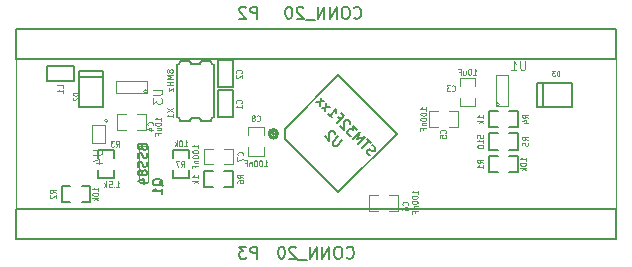
<source format=gbo>
G04 (created by PCBNEW (2013-07-07 BZR 4022)-stable) date 21/01/2015 21:28:15*
%MOIN*%
G04 Gerber Fmt 3.4, Leading zero omitted, Abs format*
%FSLAX34Y34*%
G01*
G70*
G90*
G04 APERTURE LIST*
%ADD10C,0.00590551*%
%ADD11C,0.00393701*%
%ADD12C,0.005*%
%ADD13C,0.008*%
%ADD14C,0.0047*%
%ADD15C,0.0031*%
%ADD16C,0.0025*%
%ADD17C,0.0045*%
%ADD18C,0.0051*%
%ADD19C,0.0039*%
G04 APERTURE END LIST*
G54D10*
G54D11*
X0Y7000D02*
X0Y0D01*
X20000Y7000D02*
X0Y7000D01*
X20000Y0D02*
X20000Y7000D01*
X0Y0D02*
X20000Y0D01*
G54D12*
X6750Y4950D02*
X6750Y4050D01*
X6750Y4050D02*
X7250Y4050D01*
X7250Y4050D02*
X7250Y4950D01*
X7250Y4950D02*
X6750Y4950D01*
X7250Y5050D02*
X7250Y5950D01*
X7250Y5950D02*
X6750Y5950D01*
X6750Y5950D02*
X6750Y5050D01*
X6750Y5050D02*
X7250Y5050D01*
G54D13*
X8741Y3500D02*
G75*
G03X8741Y3500I-162J0D01*
G74*
G01*
X8618Y3500D02*
G75*
G03X8618Y3500I-39J0D01*
G74*
G01*
X8690Y3500D02*
G75*
G03X8690Y3500I-111J0D01*
G74*
G01*
X8968Y3333D02*
X10750Y1551D01*
X10750Y1551D02*
X12698Y3500D01*
X12698Y3500D02*
X10750Y5448D01*
X10750Y5448D02*
X8968Y3666D01*
X8968Y3333D02*
X8968Y3666D01*
G54D14*
X4100Y3100D02*
X4100Y1900D01*
X4100Y1900D02*
X4400Y1900D01*
X4400Y1900D02*
X4400Y3100D01*
X4400Y3100D02*
X4100Y3100D01*
G54D12*
X6947Y2275D02*
X7225Y2275D01*
X7225Y2275D02*
X7225Y1725D01*
X7225Y1725D02*
X6947Y1725D01*
X6275Y2275D02*
X6553Y2275D01*
X6275Y2275D02*
X6275Y1725D01*
X6275Y1725D02*
X6553Y1725D01*
G54D14*
X15306Y4703D02*
X15306Y4428D01*
X15306Y5097D02*
X15306Y5372D01*
X14794Y4703D02*
X14794Y4428D01*
X14794Y5372D02*
X14794Y5097D01*
X14800Y4428D02*
X15300Y4428D01*
X15300Y5372D02*
X14800Y5372D01*
X14447Y4256D02*
X14722Y4256D01*
X14053Y4256D02*
X13778Y4256D01*
X14447Y3744D02*
X14722Y3744D01*
X13778Y3744D02*
X14053Y3744D01*
X14722Y3750D02*
X14722Y4250D01*
X13778Y4250D02*
X13778Y3750D01*
X12447Y1456D02*
X12722Y1456D01*
X12053Y1456D02*
X11778Y1456D01*
X12447Y944D02*
X12722Y944D01*
X11778Y944D02*
X12053Y944D01*
X12722Y950D02*
X12722Y1450D01*
X11778Y1450D02*
X11778Y950D01*
X6553Y2494D02*
X6278Y2494D01*
X6947Y2494D02*
X7222Y2494D01*
X6553Y3006D02*
X6278Y3006D01*
X7222Y3006D02*
X6947Y3006D01*
X6278Y3000D02*
X6278Y2500D01*
X7222Y2500D02*
X7222Y3000D01*
X8256Y3053D02*
X8256Y2778D01*
X8256Y3447D02*
X8256Y3722D01*
X7744Y3053D02*
X7744Y2778D01*
X7744Y3722D02*
X7744Y3447D01*
X7750Y2778D02*
X8250Y2778D01*
X8250Y3722D02*
X7750Y3722D01*
G54D12*
X16053Y3725D02*
X15775Y3725D01*
X15775Y3725D02*
X15775Y4275D01*
X15775Y4275D02*
X16053Y4275D01*
X16725Y3725D02*
X16447Y3725D01*
X16725Y3725D02*
X16725Y4275D01*
X16725Y4275D02*
X16447Y4275D01*
X3275Y2303D02*
X3275Y2025D01*
X3275Y2025D02*
X2725Y2025D01*
X2725Y2025D02*
X2725Y2303D01*
X3275Y2975D02*
X3275Y2697D01*
X3275Y2975D02*
X2725Y2975D01*
X2725Y2975D02*
X2725Y2697D01*
X2197Y1775D02*
X2475Y1775D01*
X2475Y1775D02*
X2475Y1225D01*
X2475Y1225D02*
X2197Y1225D01*
X1525Y1775D02*
X1803Y1775D01*
X1525Y1775D02*
X1525Y1225D01*
X1525Y1225D02*
X1803Y1225D01*
X16447Y2775D02*
X16725Y2775D01*
X16725Y2775D02*
X16725Y2225D01*
X16725Y2225D02*
X16447Y2225D01*
X15775Y2775D02*
X16053Y2775D01*
X15775Y2775D02*
X15775Y2225D01*
X15775Y2225D02*
X16053Y2225D01*
X16447Y3525D02*
X16725Y3525D01*
X16725Y3525D02*
X16725Y2975D01*
X16725Y2975D02*
X16447Y2975D01*
X15775Y3525D02*
X16053Y3525D01*
X15775Y3525D02*
X15775Y2975D01*
X15775Y2975D02*
X16053Y2975D01*
G54D10*
X20000Y0D02*
X0Y0D01*
X0Y0D02*
X0Y1000D01*
X0Y1000D02*
X20000Y1000D01*
X20000Y1000D02*
X20000Y0D01*
X20000Y6000D02*
X0Y6000D01*
X0Y6000D02*
X0Y7000D01*
X0Y7000D02*
X20000Y7000D01*
X20000Y7000D02*
X20000Y6000D01*
G54D12*
X17556Y5194D02*
X17556Y4406D01*
X17359Y5194D02*
X18541Y5194D01*
X18541Y5194D02*
X18541Y4406D01*
X18541Y4406D02*
X17359Y4406D01*
X17359Y4406D02*
X17359Y5194D01*
X2894Y5394D02*
X2106Y5394D01*
X2894Y5591D02*
X2894Y4409D01*
X2894Y4409D02*
X2106Y4409D01*
X2106Y4409D02*
X2106Y5591D01*
X2106Y5591D02*
X2894Y5591D01*
X1050Y5250D02*
X1950Y5250D01*
X1950Y5250D02*
X1950Y5750D01*
X1950Y5750D02*
X1050Y5750D01*
X1050Y5750D02*
X1050Y5250D01*
G54D15*
X16124Y4487D02*
G75*
G03X16124Y4487I-62J0D01*
G74*
G01*
X16400Y5450D02*
X16000Y5450D01*
X16400Y4425D02*
X16000Y4425D01*
X16000Y5450D02*
X16000Y4425D01*
X16400Y4425D02*
X16400Y5450D01*
G54D11*
X2533Y3204D02*
X2966Y3204D01*
X2966Y3204D02*
X2966Y3795D01*
X2966Y3795D02*
X2533Y3795D01*
X2533Y3795D02*
X2533Y3204D01*
G54D16*
X3061Y3932D02*
G75*
G03X3061Y3932I-55J0D01*
G74*
G01*
G54D15*
X4375Y4912D02*
G75*
G03X4375Y4912I-62J0D01*
G74*
G01*
X3350Y5250D02*
X3350Y4850D01*
X4375Y5250D02*
X4375Y4850D01*
X3350Y4850D02*
X4375Y4850D01*
X4375Y5250D02*
X3350Y5250D01*
G54D14*
X4047Y4156D02*
X4322Y4156D01*
X3653Y4156D02*
X3378Y4156D01*
X4047Y3644D02*
X4322Y3644D01*
X3378Y3644D02*
X3653Y3644D01*
X4322Y3650D02*
X4322Y4150D01*
X3378Y4150D02*
X3378Y3650D01*
G54D10*
X6613Y5794D02*
G75*
G02X6495Y5912I0J118D01*
G74*
G01*
X6495Y3944D02*
G75*
G02X6613Y4062I118J0D01*
G74*
G01*
X6613Y4062D02*
X6613Y5794D01*
X6180Y3944D02*
X6495Y3944D01*
X6180Y5912D02*
X6495Y5912D01*
X5826Y5834D02*
X6141Y5834D01*
X5826Y5834D02*
X5786Y5912D01*
X6141Y5834D02*
X6180Y5912D01*
X5471Y5912D02*
X5786Y5912D01*
X5471Y5912D02*
G75*
G02X5353Y5794I-118J0D01*
G74*
G01*
X5353Y4062D02*
X5353Y5794D01*
X5471Y3944D02*
X5786Y3944D01*
X5353Y4062D02*
G75*
G02X5471Y3944I0J-118D01*
G74*
G01*
X5786Y3944D02*
X5826Y4023D01*
X6180Y3944D02*
X6141Y4023D01*
X5826Y4023D02*
X6141Y4023D01*
G54D12*
X5225Y2697D02*
X5225Y2975D01*
X5225Y2975D02*
X5775Y2975D01*
X5775Y2975D02*
X5775Y2697D01*
X5225Y2025D02*
X5225Y2303D01*
X5225Y2025D02*
X5775Y2025D01*
X5775Y2025D02*
X5775Y2303D01*
G54D17*
X7511Y4530D02*
X7521Y4538D01*
X7530Y4564D01*
X7530Y4581D01*
X7521Y4607D01*
X7502Y4624D01*
X7483Y4632D01*
X7445Y4641D01*
X7416Y4641D01*
X7378Y4632D01*
X7359Y4624D01*
X7340Y4607D01*
X7330Y4581D01*
X7330Y4564D01*
X7340Y4538D01*
X7350Y4530D01*
X7530Y4358D02*
X7530Y4461D01*
X7530Y4410D02*
X7330Y4410D01*
X7359Y4427D01*
X7378Y4444D01*
X7388Y4461D01*
X7511Y5530D02*
X7521Y5538D01*
X7530Y5564D01*
X7530Y5581D01*
X7521Y5607D01*
X7502Y5624D01*
X7483Y5632D01*
X7445Y5641D01*
X7416Y5641D01*
X7378Y5632D01*
X7359Y5624D01*
X7340Y5607D01*
X7330Y5581D01*
X7330Y5564D01*
X7340Y5538D01*
X7350Y5530D01*
X7350Y5461D02*
X7340Y5452D01*
X7330Y5435D01*
X7330Y5392D01*
X7340Y5375D01*
X7350Y5367D01*
X7369Y5358D01*
X7388Y5358D01*
X7416Y5367D01*
X7530Y5470D01*
X7530Y5358D01*
G54D13*
X10880Y3285D02*
X10697Y3102D01*
X10664Y3091D01*
X10643Y3091D01*
X10610Y3102D01*
X10567Y3145D01*
X10557Y3177D01*
X10557Y3199D01*
X10567Y3231D01*
X10751Y3414D01*
X10632Y3490D02*
X10632Y3511D01*
X10621Y3544D01*
X10567Y3597D01*
X10535Y3608D01*
X10513Y3608D01*
X10481Y3597D01*
X10460Y3576D01*
X10438Y3533D01*
X10438Y3274D01*
X10298Y3414D01*
X11802Y2785D02*
X11759Y2807D01*
X11705Y2861D01*
X11694Y2893D01*
X11694Y2914D01*
X11705Y2947D01*
X11727Y2968D01*
X11759Y2979D01*
X11781Y2979D01*
X11813Y2968D01*
X11867Y2936D01*
X11899Y2925D01*
X11921Y2925D01*
X11953Y2936D01*
X11975Y2958D01*
X11985Y2990D01*
X11985Y3011D01*
X11975Y3044D01*
X11921Y3098D01*
X11878Y3119D01*
X11824Y3195D02*
X11694Y3324D01*
X11533Y3033D02*
X11759Y3259D01*
X11393Y3173D02*
X11619Y3399D01*
X11382Y3313D01*
X11468Y3550D01*
X11242Y3324D01*
X11382Y3636D02*
X11242Y3776D01*
X11231Y3615D01*
X11199Y3647D01*
X11167Y3658D01*
X11145Y3658D01*
X11113Y3647D01*
X11059Y3593D01*
X11048Y3561D01*
X11048Y3539D01*
X11059Y3507D01*
X11123Y3442D01*
X11156Y3432D01*
X11177Y3432D01*
X11134Y3841D02*
X11134Y3863D01*
X11123Y3895D01*
X11070Y3949D01*
X11037Y3960D01*
X11016Y3960D01*
X10983Y3949D01*
X10962Y3927D01*
X10940Y3884D01*
X10940Y3626D01*
X10800Y3766D01*
X10746Y4057D02*
X10822Y3981D01*
X10703Y3863D02*
X10929Y4089D01*
X10822Y4197D01*
X10391Y4175D02*
X10520Y4046D01*
X10455Y4110D02*
X10682Y4337D01*
X10671Y4283D01*
X10671Y4240D01*
X10682Y4207D01*
X10315Y4251D02*
X10348Y4520D01*
X10466Y4401D02*
X10197Y4369D01*
X10132Y4434D02*
X10164Y4703D01*
X10283Y4585D02*
X10014Y4552D01*
G54D18*
X4900Y1778D02*
X4885Y1807D01*
X4857Y1835D01*
X4814Y1878D01*
X4800Y1907D01*
X4800Y1935D01*
X4871Y1921D02*
X4857Y1950D01*
X4828Y1978D01*
X4771Y1992D01*
X4671Y1992D01*
X4614Y1978D01*
X4585Y1950D01*
X4571Y1921D01*
X4571Y1864D01*
X4585Y1835D01*
X4614Y1807D01*
X4671Y1792D01*
X4771Y1792D01*
X4828Y1807D01*
X4857Y1835D01*
X4871Y1864D01*
X4871Y1921D01*
X4871Y1507D02*
X4871Y1678D01*
X4871Y1592D02*
X4571Y1592D01*
X4614Y1621D01*
X4642Y1650D01*
X4657Y1678D01*
X4214Y3049D02*
X4228Y3007D01*
X4242Y2992D01*
X4271Y2978D01*
X4314Y2978D01*
X4342Y2992D01*
X4357Y3007D01*
X4371Y3035D01*
X4371Y3149D01*
X4071Y3149D01*
X4071Y3049D01*
X4085Y3021D01*
X4100Y3007D01*
X4128Y2992D01*
X4157Y2992D01*
X4185Y3007D01*
X4200Y3021D01*
X4214Y3049D01*
X4214Y3149D01*
X4357Y2864D02*
X4371Y2821D01*
X4371Y2749D01*
X4357Y2721D01*
X4342Y2707D01*
X4314Y2692D01*
X4285Y2692D01*
X4257Y2707D01*
X4242Y2721D01*
X4228Y2749D01*
X4214Y2807D01*
X4200Y2835D01*
X4185Y2849D01*
X4157Y2864D01*
X4128Y2864D01*
X4100Y2849D01*
X4085Y2835D01*
X4071Y2807D01*
X4071Y2735D01*
X4085Y2692D01*
X4357Y2578D02*
X4371Y2535D01*
X4371Y2464D01*
X4357Y2435D01*
X4342Y2421D01*
X4314Y2407D01*
X4285Y2407D01*
X4257Y2421D01*
X4242Y2435D01*
X4228Y2464D01*
X4214Y2521D01*
X4200Y2550D01*
X4185Y2564D01*
X4157Y2578D01*
X4128Y2578D01*
X4100Y2564D01*
X4085Y2550D01*
X4071Y2521D01*
X4071Y2450D01*
X4085Y2407D01*
X4200Y2235D02*
X4185Y2264D01*
X4171Y2278D01*
X4142Y2292D01*
X4128Y2292D01*
X4100Y2278D01*
X4085Y2264D01*
X4071Y2235D01*
X4071Y2178D01*
X4085Y2150D01*
X4100Y2135D01*
X4128Y2121D01*
X4142Y2121D01*
X4171Y2135D01*
X4185Y2150D01*
X4200Y2178D01*
X4200Y2235D01*
X4214Y2264D01*
X4228Y2278D01*
X4257Y2292D01*
X4314Y2292D01*
X4342Y2278D01*
X4357Y2264D01*
X4371Y2235D01*
X4371Y2178D01*
X4357Y2150D01*
X4342Y2135D01*
X4314Y2121D01*
X4257Y2121D01*
X4228Y2135D01*
X4214Y2150D01*
X4200Y2178D01*
X4171Y1864D02*
X4371Y1864D01*
X4057Y1935D02*
X4271Y2007D01*
X4271Y1821D01*
G54D17*
X7579Y2030D02*
X7485Y2090D01*
X7579Y2132D02*
X7382Y2132D01*
X7382Y2064D01*
X7392Y2047D01*
X7401Y2038D01*
X7420Y2030D01*
X7448Y2030D01*
X7467Y2038D01*
X7476Y2047D01*
X7485Y2064D01*
X7485Y2132D01*
X7382Y1875D02*
X7382Y1910D01*
X7392Y1927D01*
X7401Y1935D01*
X7429Y1952D01*
X7467Y1961D01*
X7542Y1961D01*
X7560Y1952D01*
X7570Y1944D01*
X7579Y1927D01*
X7579Y1892D01*
X7570Y1875D01*
X7560Y1867D01*
X7542Y1858D01*
X7495Y1858D01*
X7476Y1867D01*
X7467Y1875D01*
X7457Y1892D01*
X7457Y1927D01*
X7467Y1944D01*
X7476Y1952D01*
X7495Y1961D01*
X6080Y2021D02*
X6080Y2124D01*
X6080Y2072D02*
X5880Y2072D01*
X5909Y2090D01*
X5928Y2107D01*
X5938Y2124D01*
X6080Y1944D02*
X5880Y1944D01*
X6004Y1927D02*
X6080Y1875D01*
X5947Y1875D02*
X6023Y1944D01*
X14530Y4938D02*
X14538Y4928D01*
X14564Y4919D01*
X14581Y4919D01*
X14607Y4928D01*
X14624Y4947D01*
X14632Y4966D01*
X14641Y5004D01*
X14641Y5033D01*
X14632Y5071D01*
X14624Y5090D01*
X14607Y5109D01*
X14581Y5119D01*
X14564Y5119D01*
X14538Y5109D01*
X14530Y5100D01*
X14470Y5119D02*
X14358Y5119D01*
X14418Y5042D01*
X14392Y5042D01*
X14375Y5033D01*
X14367Y5023D01*
X14358Y5004D01*
X14358Y4957D01*
X14367Y4938D01*
X14375Y4928D01*
X14392Y4919D01*
X14444Y4919D01*
X14461Y4928D01*
X14470Y4938D01*
X15242Y5469D02*
X15345Y5469D01*
X15294Y5469D02*
X15294Y5669D01*
X15311Y5640D01*
X15328Y5621D01*
X15345Y5611D01*
X15131Y5669D02*
X15114Y5669D01*
X15097Y5659D01*
X15088Y5650D01*
X15080Y5630D01*
X15071Y5592D01*
X15071Y5545D01*
X15080Y5507D01*
X15088Y5488D01*
X15097Y5478D01*
X15114Y5469D01*
X15131Y5469D01*
X15148Y5478D01*
X15157Y5488D01*
X15165Y5507D01*
X15174Y5545D01*
X15174Y5592D01*
X15165Y5630D01*
X15157Y5650D01*
X15148Y5659D01*
X15131Y5669D01*
X14917Y5602D02*
X14917Y5469D01*
X14994Y5602D02*
X14994Y5497D01*
X14985Y5478D01*
X14968Y5469D01*
X14942Y5469D01*
X14925Y5478D01*
X14917Y5488D01*
X14771Y5573D02*
X14831Y5573D01*
X14831Y5469D02*
X14831Y5669D01*
X14745Y5669D01*
X14311Y3530D02*
X14321Y3538D01*
X14330Y3564D01*
X14330Y3581D01*
X14321Y3607D01*
X14302Y3624D01*
X14283Y3632D01*
X14245Y3641D01*
X14216Y3641D01*
X14178Y3632D01*
X14159Y3624D01*
X14140Y3607D01*
X14130Y3581D01*
X14130Y3564D01*
X14140Y3538D01*
X14150Y3530D01*
X14130Y3367D02*
X14130Y3452D01*
X14226Y3461D01*
X14216Y3452D01*
X14207Y3435D01*
X14207Y3392D01*
X14216Y3375D01*
X14226Y3367D01*
X14245Y3358D01*
X14292Y3358D01*
X14311Y3367D01*
X14321Y3375D01*
X14330Y3392D01*
X14330Y3435D01*
X14321Y3452D01*
X14311Y3461D01*
X13680Y4278D02*
X13680Y4381D01*
X13680Y4330D02*
X13480Y4330D01*
X13509Y4347D01*
X13528Y4364D01*
X13538Y4381D01*
X13480Y4167D02*
X13480Y4150D01*
X13490Y4132D01*
X13500Y4124D01*
X13519Y4115D01*
X13557Y4107D01*
X13604Y4107D01*
X13642Y4115D01*
X13661Y4124D01*
X13671Y4132D01*
X13680Y4150D01*
X13680Y4167D01*
X13671Y4184D01*
X13661Y4192D01*
X13642Y4201D01*
X13604Y4210D01*
X13557Y4210D01*
X13519Y4201D01*
X13500Y4192D01*
X13490Y4184D01*
X13480Y4167D01*
X13480Y3995D02*
X13480Y3978D01*
X13490Y3961D01*
X13500Y3952D01*
X13519Y3944D01*
X13557Y3935D01*
X13604Y3935D01*
X13642Y3944D01*
X13661Y3952D01*
X13671Y3961D01*
X13680Y3978D01*
X13680Y3995D01*
X13671Y4012D01*
X13661Y4021D01*
X13642Y4030D01*
X13604Y4038D01*
X13557Y4038D01*
X13519Y4030D01*
X13500Y4021D01*
X13490Y4012D01*
X13480Y3995D01*
X13547Y3858D02*
X13680Y3858D01*
X13566Y3858D02*
X13557Y3849D01*
X13547Y3832D01*
X13547Y3807D01*
X13557Y3789D01*
X13576Y3781D01*
X13680Y3781D01*
X13576Y3635D02*
X13576Y3695D01*
X13680Y3695D02*
X13480Y3695D01*
X13480Y3610D01*
X13061Y1120D02*
X13071Y1128D01*
X13080Y1154D01*
X13080Y1171D01*
X13071Y1197D01*
X13052Y1214D01*
X13033Y1222D01*
X12995Y1231D01*
X12966Y1231D01*
X12928Y1222D01*
X12909Y1214D01*
X12890Y1197D01*
X12880Y1171D01*
X12880Y1154D01*
X12890Y1128D01*
X12900Y1120D01*
X12880Y965D02*
X12880Y1000D01*
X12890Y1017D01*
X12900Y1025D01*
X12928Y1042D01*
X12966Y1051D01*
X13042Y1051D01*
X13061Y1042D01*
X13071Y1034D01*
X13080Y1017D01*
X13080Y982D01*
X13071Y965D01*
X13061Y957D01*
X13042Y948D01*
X12995Y948D01*
X12976Y957D01*
X12966Y965D01*
X12957Y982D01*
X12957Y1017D01*
X12966Y1034D01*
X12976Y1042D01*
X12995Y1051D01*
X13390Y1508D02*
X13390Y1611D01*
X13390Y1560D02*
X13190Y1560D01*
X13219Y1577D01*
X13238Y1594D01*
X13248Y1611D01*
X13190Y1397D02*
X13190Y1380D01*
X13200Y1362D01*
X13210Y1354D01*
X13229Y1345D01*
X13267Y1337D01*
X13314Y1337D01*
X13352Y1345D01*
X13371Y1354D01*
X13381Y1362D01*
X13390Y1380D01*
X13390Y1397D01*
X13381Y1414D01*
X13371Y1422D01*
X13352Y1431D01*
X13314Y1440D01*
X13267Y1440D01*
X13229Y1431D01*
X13210Y1422D01*
X13200Y1414D01*
X13190Y1397D01*
X13190Y1225D02*
X13190Y1208D01*
X13200Y1191D01*
X13210Y1182D01*
X13229Y1174D01*
X13267Y1165D01*
X13314Y1165D01*
X13352Y1174D01*
X13371Y1182D01*
X13381Y1191D01*
X13390Y1208D01*
X13390Y1225D01*
X13381Y1242D01*
X13371Y1251D01*
X13352Y1260D01*
X13314Y1268D01*
X13267Y1268D01*
X13229Y1260D01*
X13210Y1251D01*
X13200Y1242D01*
X13190Y1225D01*
X13257Y1088D02*
X13390Y1088D01*
X13276Y1088D02*
X13267Y1079D01*
X13257Y1062D01*
X13257Y1037D01*
X13267Y1019D01*
X13286Y1011D01*
X13390Y1011D01*
X13286Y865D02*
X13286Y925D01*
X13390Y925D02*
X13190Y925D01*
X13190Y840D01*
X7561Y2780D02*
X7571Y2788D01*
X7580Y2814D01*
X7580Y2831D01*
X7571Y2857D01*
X7552Y2874D01*
X7533Y2882D01*
X7495Y2891D01*
X7466Y2891D01*
X7428Y2882D01*
X7409Y2874D01*
X7390Y2857D01*
X7380Y2831D01*
X7380Y2814D01*
X7390Y2788D01*
X7400Y2780D01*
X7380Y2720D02*
X7380Y2600D01*
X7580Y2677D01*
X6080Y3028D02*
X6080Y3131D01*
X6080Y3080D02*
X5880Y3080D01*
X5909Y3097D01*
X5928Y3114D01*
X5938Y3131D01*
X5880Y2917D02*
X5880Y2900D01*
X5890Y2882D01*
X5900Y2874D01*
X5919Y2865D01*
X5957Y2857D01*
X6004Y2857D01*
X6042Y2865D01*
X6061Y2874D01*
X6071Y2882D01*
X6080Y2900D01*
X6080Y2917D01*
X6071Y2934D01*
X6061Y2942D01*
X6042Y2951D01*
X6004Y2960D01*
X5957Y2960D01*
X5919Y2951D01*
X5900Y2942D01*
X5890Y2934D01*
X5880Y2917D01*
X5880Y2745D02*
X5880Y2728D01*
X5890Y2711D01*
X5900Y2702D01*
X5919Y2694D01*
X5957Y2685D01*
X6004Y2685D01*
X6042Y2694D01*
X6061Y2702D01*
X6071Y2711D01*
X6080Y2728D01*
X6080Y2745D01*
X6071Y2762D01*
X6061Y2771D01*
X6042Y2780D01*
X6004Y2788D01*
X5957Y2788D01*
X5919Y2780D01*
X5900Y2771D01*
X5890Y2762D01*
X5880Y2745D01*
X5947Y2608D02*
X6080Y2608D01*
X5966Y2608D02*
X5957Y2599D01*
X5947Y2582D01*
X5947Y2557D01*
X5957Y2539D01*
X5976Y2531D01*
X6080Y2531D01*
X5976Y2385D02*
X5976Y2445D01*
X6080Y2445D02*
X5880Y2445D01*
X5880Y2360D01*
X8030Y3938D02*
X8038Y3928D01*
X8064Y3919D01*
X8081Y3919D01*
X8107Y3928D01*
X8124Y3947D01*
X8132Y3966D01*
X8141Y4004D01*
X8141Y4033D01*
X8132Y4071D01*
X8124Y4090D01*
X8107Y4109D01*
X8081Y4119D01*
X8064Y4119D01*
X8038Y4109D01*
X8030Y4100D01*
X7927Y4033D02*
X7944Y4042D01*
X7952Y4052D01*
X7961Y4071D01*
X7961Y4080D01*
X7952Y4100D01*
X7944Y4109D01*
X7927Y4119D01*
X7892Y4119D01*
X7875Y4109D01*
X7867Y4100D01*
X7858Y4080D01*
X7858Y4071D01*
X7867Y4052D01*
X7875Y4042D01*
X7892Y4033D01*
X7927Y4033D01*
X7944Y4023D01*
X7952Y4014D01*
X7961Y3995D01*
X7961Y3957D01*
X7952Y3938D01*
X7944Y3928D01*
X7927Y3919D01*
X7892Y3919D01*
X7875Y3928D01*
X7867Y3938D01*
X7858Y3957D01*
X7858Y3995D01*
X7867Y4014D01*
X7875Y4023D01*
X7892Y4033D01*
X8278Y2419D02*
X8381Y2419D01*
X8330Y2419D02*
X8330Y2619D01*
X8347Y2590D01*
X8364Y2571D01*
X8381Y2561D01*
X8167Y2619D02*
X8150Y2619D01*
X8132Y2609D01*
X8124Y2600D01*
X8115Y2580D01*
X8107Y2542D01*
X8107Y2495D01*
X8115Y2457D01*
X8124Y2438D01*
X8132Y2428D01*
X8150Y2419D01*
X8167Y2419D01*
X8184Y2428D01*
X8192Y2438D01*
X8201Y2457D01*
X8210Y2495D01*
X8210Y2542D01*
X8201Y2580D01*
X8192Y2600D01*
X8184Y2609D01*
X8167Y2619D01*
X7995Y2619D02*
X7978Y2619D01*
X7961Y2609D01*
X7952Y2600D01*
X7944Y2580D01*
X7935Y2542D01*
X7935Y2495D01*
X7944Y2457D01*
X7952Y2438D01*
X7961Y2428D01*
X7978Y2419D01*
X7995Y2419D01*
X8012Y2428D01*
X8021Y2438D01*
X8030Y2457D01*
X8038Y2495D01*
X8038Y2542D01*
X8030Y2580D01*
X8021Y2600D01*
X8012Y2609D01*
X7995Y2619D01*
X7858Y2552D02*
X7858Y2419D01*
X7858Y2533D02*
X7849Y2542D01*
X7832Y2552D01*
X7807Y2552D01*
X7789Y2542D01*
X7781Y2523D01*
X7781Y2419D01*
X7635Y2523D02*
X7695Y2523D01*
X7695Y2419D02*
X7695Y2619D01*
X7610Y2619D01*
X17079Y4030D02*
X16985Y4090D01*
X17079Y4132D02*
X16882Y4132D01*
X16882Y4064D01*
X16892Y4047D01*
X16901Y4038D01*
X16920Y4030D01*
X16948Y4030D01*
X16967Y4038D01*
X16976Y4047D01*
X16985Y4064D01*
X16985Y4132D01*
X16948Y3875D02*
X17079Y3875D01*
X16873Y3918D02*
X17014Y3961D01*
X17014Y3850D01*
X15580Y4021D02*
X15580Y4124D01*
X15580Y4072D02*
X15380Y4072D01*
X15409Y4090D01*
X15428Y4107D01*
X15438Y4124D01*
X15580Y3944D02*
X15380Y3944D01*
X15504Y3927D02*
X15580Y3875D01*
X15447Y3875D02*
X15523Y3944D01*
X3330Y3070D02*
X3390Y3164D01*
X3432Y3070D02*
X3432Y3267D01*
X3364Y3267D01*
X3347Y3257D01*
X3338Y3248D01*
X3330Y3229D01*
X3330Y3201D01*
X3338Y3182D01*
X3347Y3173D01*
X3364Y3164D01*
X3432Y3164D01*
X3270Y3267D02*
X3158Y3267D01*
X3218Y3192D01*
X3192Y3192D01*
X3175Y3182D01*
X3167Y3173D01*
X3158Y3154D01*
X3158Y3107D01*
X3167Y3089D01*
X3175Y3079D01*
X3192Y3070D01*
X3244Y3070D01*
X3261Y3079D01*
X3270Y3089D01*
X3350Y1719D02*
X3452Y1719D01*
X3401Y1719D02*
X3401Y1919D01*
X3418Y1890D01*
X3435Y1871D01*
X3452Y1861D01*
X3272Y1738D02*
X3264Y1728D01*
X3272Y1719D01*
X3281Y1728D01*
X3272Y1738D01*
X3272Y1719D01*
X3101Y1919D02*
X3187Y1919D01*
X3195Y1823D01*
X3187Y1833D01*
X3170Y1842D01*
X3127Y1842D01*
X3110Y1833D01*
X3101Y1823D01*
X3092Y1804D01*
X3092Y1757D01*
X3101Y1738D01*
X3110Y1728D01*
X3127Y1719D01*
X3170Y1719D01*
X3187Y1728D01*
X3195Y1738D01*
X3015Y1719D02*
X3015Y1919D01*
X2998Y1795D02*
X2947Y1719D01*
X2947Y1852D02*
X3015Y1776D01*
X1329Y1530D02*
X1235Y1590D01*
X1329Y1632D02*
X1132Y1632D01*
X1132Y1564D01*
X1142Y1547D01*
X1151Y1538D01*
X1170Y1530D01*
X1198Y1530D01*
X1217Y1538D01*
X1226Y1547D01*
X1235Y1564D01*
X1235Y1632D01*
X1151Y1461D02*
X1142Y1452D01*
X1132Y1435D01*
X1132Y1392D01*
X1142Y1375D01*
X1151Y1367D01*
X1170Y1358D01*
X1189Y1358D01*
X1217Y1367D01*
X1329Y1470D01*
X1329Y1358D01*
X2749Y1607D02*
X2749Y1710D01*
X2749Y1658D02*
X2549Y1658D01*
X2578Y1675D01*
X2597Y1692D01*
X2607Y1710D01*
X2549Y1495D02*
X2549Y1478D01*
X2559Y1461D01*
X2569Y1452D01*
X2588Y1444D01*
X2626Y1435D01*
X2673Y1435D01*
X2711Y1444D01*
X2730Y1452D01*
X2740Y1461D01*
X2749Y1478D01*
X2749Y1495D01*
X2740Y1512D01*
X2730Y1521D01*
X2711Y1530D01*
X2673Y1538D01*
X2626Y1538D01*
X2588Y1530D01*
X2569Y1521D01*
X2559Y1512D01*
X2549Y1495D01*
X2749Y1358D02*
X2549Y1358D01*
X2673Y1341D02*
X2749Y1289D01*
X2616Y1289D02*
X2692Y1358D01*
X15579Y2530D02*
X15485Y2590D01*
X15579Y2632D02*
X15382Y2632D01*
X15382Y2564D01*
X15392Y2547D01*
X15401Y2538D01*
X15420Y2530D01*
X15448Y2530D01*
X15467Y2538D01*
X15476Y2547D01*
X15485Y2564D01*
X15485Y2632D01*
X15579Y2358D02*
X15579Y2461D01*
X15579Y2410D02*
X15382Y2410D01*
X15410Y2427D01*
X15429Y2444D01*
X15439Y2461D01*
X16999Y2607D02*
X16999Y2710D01*
X16999Y2658D02*
X16799Y2658D01*
X16828Y2675D01*
X16847Y2692D01*
X16857Y2710D01*
X16799Y2495D02*
X16799Y2478D01*
X16809Y2461D01*
X16819Y2452D01*
X16838Y2444D01*
X16876Y2435D01*
X16923Y2435D01*
X16961Y2444D01*
X16980Y2452D01*
X16990Y2461D01*
X16999Y2478D01*
X16999Y2495D01*
X16990Y2512D01*
X16980Y2521D01*
X16961Y2530D01*
X16923Y2538D01*
X16876Y2538D01*
X16838Y2530D01*
X16819Y2521D01*
X16809Y2512D01*
X16799Y2495D01*
X16999Y2358D02*
X16799Y2358D01*
X16923Y2341D02*
X16999Y2289D01*
X16866Y2289D02*
X16942Y2358D01*
X17079Y3280D02*
X16985Y3340D01*
X17079Y3382D02*
X16882Y3382D01*
X16882Y3314D01*
X16892Y3297D01*
X16901Y3288D01*
X16920Y3280D01*
X16948Y3280D01*
X16967Y3288D01*
X16976Y3297D01*
X16985Y3314D01*
X16985Y3382D01*
X16882Y3117D02*
X16882Y3202D01*
X16976Y3211D01*
X16967Y3202D01*
X16957Y3185D01*
X16957Y3142D01*
X16967Y3125D01*
X16976Y3117D01*
X16995Y3108D01*
X17042Y3108D01*
X17060Y3117D01*
X17070Y3125D01*
X17079Y3142D01*
X17079Y3185D01*
X17070Y3202D01*
X17060Y3211D01*
X15380Y3378D02*
X15380Y3464D01*
X15476Y3472D01*
X15466Y3464D01*
X15457Y3447D01*
X15457Y3404D01*
X15466Y3387D01*
X15476Y3378D01*
X15495Y3370D01*
X15542Y3370D01*
X15561Y3378D01*
X15571Y3387D01*
X15580Y3404D01*
X15580Y3447D01*
X15571Y3464D01*
X15561Y3472D01*
X15580Y3198D02*
X15580Y3301D01*
X15580Y3250D02*
X15380Y3250D01*
X15409Y3267D01*
X15428Y3284D01*
X15438Y3301D01*
X15380Y3087D02*
X15380Y3069D01*
X15390Y3052D01*
X15400Y3044D01*
X15419Y3035D01*
X15457Y3027D01*
X15504Y3027D01*
X15542Y3035D01*
X15561Y3044D01*
X15571Y3052D01*
X15580Y3069D01*
X15580Y3087D01*
X15571Y3104D01*
X15561Y3112D01*
X15542Y3121D01*
X15504Y3129D01*
X15457Y3129D01*
X15419Y3121D01*
X15400Y3112D01*
X15390Y3104D01*
X15380Y3087D01*
G54D10*
X8040Y-659D02*
X8040Y-265D01*
X7890Y-265D01*
X7853Y-284D01*
X7834Y-303D01*
X7815Y-340D01*
X7815Y-396D01*
X7834Y-434D01*
X7853Y-453D01*
X7890Y-471D01*
X8040Y-471D01*
X7684Y-265D02*
X7440Y-265D01*
X7571Y-415D01*
X7515Y-415D01*
X7478Y-434D01*
X7459Y-453D01*
X7440Y-490D01*
X7440Y-584D01*
X7459Y-621D01*
X7478Y-640D01*
X7515Y-659D01*
X7628Y-659D01*
X7665Y-640D01*
X7684Y-621D01*
X11021Y-621D02*
X11040Y-640D01*
X11096Y-659D01*
X11134Y-659D01*
X11190Y-640D01*
X11227Y-603D01*
X11246Y-565D01*
X11265Y-490D01*
X11265Y-434D01*
X11246Y-359D01*
X11227Y-321D01*
X11190Y-284D01*
X11134Y-265D01*
X11096Y-265D01*
X11040Y-284D01*
X11021Y-303D01*
X10778Y-265D02*
X10703Y-265D01*
X10665Y-284D01*
X10628Y-321D01*
X10609Y-396D01*
X10609Y-528D01*
X10628Y-603D01*
X10665Y-640D01*
X10703Y-659D01*
X10778Y-659D01*
X10815Y-640D01*
X10853Y-603D01*
X10871Y-528D01*
X10871Y-396D01*
X10853Y-321D01*
X10815Y-284D01*
X10778Y-265D01*
X10440Y-659D02*
X10440Y-265D01*
X10215Y-659D01*
X10215Y-265D01*
X10028Y-659D02*
X10028Y-265D01*
X9803Y-659D01*
X9803Y-265D01*
X9709Y-696D02*
X9409Y-696D01*
X9334Y-303D02*
X9315Y-284D01*
X9278Y-265D01*
X9184Y-265D01*
X9146Y-284D01*
X9128Y-303D01*
X9109Y-340D01*
X9109Y-378D01*
X9128Y-434D01*
X9353Y-659D01*
X9109Y-659D01*
X8865Y-265D02*
X8828Y-265D01*
X8790Y-284D01*
X8772Y-303D01*
X8753Y-340D01*
X8734Y-415D01*
X8734Y-509D01*
X8753Y-584D01*
X8772Y-621D01*
X8790Y-640D01*
X8828Y-659D01*
X8865Y-659D01*
X8903Y-640D01*
X8922Y-621D01*
X8940Y-584D01*
X8959Y-509D01*
X8959Y-415D01*
X8940Y-340D01*
X8922Y-303D01*
X8903Y-284D01*
X8865Y-265D01*
X8040Y7340D02*
X8040Y7734D01*
X7890Y7734D01*
X7853Y7715D01*
X7834Y7696D01*
X7815Y7659D01*
X7815Y7603D01*
X7834Y7565D01*
X7853Y7546D01*
X7890Y7528D01*
X8040Y7528D01*
X7665Y7696D02*
X7646Y7715D01*
X7609Y7734D01*
X7515Y7734D01*
X7478Y7715D01*
X7459Y7696D01*
X7440Y7659D01*
X7440Y7621D01*
X7459Y7565D01*
X7684Y7340D01*
X7440Y7340D01*
X11271Y7378D02*
X11290Y7359D01*
X11346Y7340D01*
X11384Y7340D01*
X11440Y7359D01*
X11477Y7396D01*
X11496Y7434D01*
X11515Y7509D01*
X11515Y7565D01*
X11496Y7640D01*
X11477Y7678D01*
X11440Y7715D01*
X11384Y7734D01*
X11346Y7734D01*
X11290Y7715D01*
X11271Y7696D01*
X11028Y7734D02*
X10953Y7734D01*
X10915Y7715D01*
X10878Y7678D01*
X10859Y7603D01*
X10859Y7471D01*
X10878Y7396D01*
X10915Y7359D01*
X10953Y7340D01*
X11028Y7340D01*
X11065Y7359D01*
X11103Y7396D01*
X11121Y7471D01*
X11121Y7603D01*
X11103Y7678D01*
X11065Y7715D01*
X11028Y7734D01*
X10690Y7340D02*
X10690Y7734D01*
X10465Y7340D01*
X10465Y7734D01*
X10278Y7340D02*
X10278Y7734D01*
X10053Y7340D01*
X10053Y7734D01*
X9959Y7303D02*
X9659Y7303D01*
X9584Y7696D02*
X9565Y7715D01*
X9528Y7734D01*
X9434Y7734D01*
X9396Y7715D01*
X9378Y7696D01*
X9359Y7659D01*
X9359Y7621D01*
X9378Y7565D01*
X9603Y7340D01*
X9359Y7340D01*
X9115Y7734D02*
X9078Y7734D01*
X9040Y7715D01*
X9022Y7696D01*
X9003Y7659D01*
X8984Y7584D01*
X8984Y7490D01*
X9003Y7415D01*
X9022Y7378D01*
X9040Y7359D01*
X9078Y7340D01*
X9115Y7340D01*
X9153Y7359D01*
X9172Y7378D01*
X9190Y7415D01*
X9209Y7490D01*
X9209Y7584D01*
X9190Y7659D01*
X9172Y7696D01*
X9153Y7715D01*
X9115Y7734D01*
G54D19*
X18115Y5436D02*
X18115Y5593D01*
X18078Y5593D01*
X18056Y5585D01*
X18041Y5571D01*
X18033Y5556D01*
X18026Y5526D01*
X18026Y5503D01*
X18033Y5473D01*
X18041Y5458D01*
X18056Y5443D01*
X18078Y5436D01*
X18115Y5436D01*
X17973Y5593D02*
X17876Y5593D01*
X17928Y5533D01*
X17906Y5533D01*
X17891Y5526D01*
X17884Y5518D01*
X17876Y5503D01*
X17876Y5466D01*
X17884Y5451D01*
X17891Y5443D01*
X17906Y5436D01*
X17951Y5436D01*
X17966Y5443D01*
X17973Y5451D01*
X2063Y4865D02*
X1906Y4865D01*
X1906Y4828D01*
X1914Y4806D01*
X1928Y4791D01*
X1943Y4783D01*
X1973Y4776D01*
X1996Y4776D01*
X2026Y4783D01*
X2041Y4791D01*
X2056Y4806D01*
X2063Y4828D01*
X2063Y4865D01*
X1921Y4716D02*
X1914Y4708D01*
X1906Y4693D01*
X1906Y4656D01*
X1914Y4641D01*
X1921Y4634D01*
X1936Y4626D01*
X1951Y4626D01*
X1973Y4634D01*
X2063Y4723D01*
X2063Y4626D01*
G54D17*
X1580Y5030D02*
X1580Y5115D01*
X1380Y5115D01*
X1580Y4875D02*
X1580Y4978D01*
X1580Y4927D02*
X1380Y4927D01*
X1409Y4944D01*
X1428Y4961D01*
X1438Y4978D01*
G54D14*
X16978Y5928D02*
X16978Y5685D01*
X16964Y5657D01*
X16950Y5642D01*
X16921Y5628D01*
X16864Y5628D01*
X16835Y5642D01*
X16821Y5657D01*
X16807Y5685D01*
X16807Y5928D01*
X16507Y5628D02*
X16678Y5628D01*
X16592Y5628D02*
X16592Y5928D01*
X16621Y5885D01*
X16650Y5857D01*
X16678Y5842D01*
G54D19*
X2571Y2978D02*
X2814Y2978D01*
X2842Y2964D01*
X2857Y2950D01*
X2871Y2921D01*
X2871Y2864D01*
X2857Y2835D01*
X2842Y2821D01*
X2814Y2807D01*
X2571Y2807D01*
X2671Y2535D02*
X2871Y2535D01*
X2557Y2607D02*
X2771Y2678D01*
X2771Y2492D01*
G54D14*
X4571Y4978D02*
X4814Y4978D01*
X4842Y4964D01*
X4857Y4950D01*
X4871Y4921D01*
X4871Y4864D01*
X4857Y4835D01*
X4842Y4821D01*
X4814Y4807D01*
X4571Y4807D01*
X4571Y4692D02*
X4571Y4507D01*
X4685Y4607D01*
X4685Y4564D01*
X4700Y4535D01*
X4714Y4521D01*
X4742Y4507D01*
X4814Y4507D01*
X4842Y4521D01*
X4857Y4535D01*
X4871Y4564D01*
X4871Y4650D01*
X4857Y4678D01*
X4842Y4692D01*
G54D17*
X4561Y3780D02*
X4571Y3788D01*
X4580Y3814D01*
X4580Y3831D01*
X4571Y3857D01*
X4552Y3874D01*
X4533Y3882D01*
X4495Y3891D01*
X4466Y3891D01*
X4428Y3882D01*
X4409Y3874D01*
X4390Y3857D01*
X4380Y3831D01*
X4380Y3814D01*
X4390Y3788D01*
X4400Y3780D01*
X4447Y3625D02*
X4580Y3625D01*
X4371Y3668D02*
X4514Y3711D01*
X4514Y3600D01*
X4830Y3942D02*
X4830Y4045D01*
X4830Y3994D02*
X4630Y3994D01*
X4659Y4011D01*
X4678Y4028D01*
X4688Y4045D01*
X4630Y3831D02*
X4630Y3814D01*
X4640Y3797D01*
X4650Y3788D01*
X4669Y3780D01*
X4707Y3771D01*
X4754Y3771D01*
X4792Y3780D01*
X4811Y3788D01*
X4821Y3797D01*
X4830Y3814D01*
X4830Y3831D01*
X4821Y3848D01*
X4811Y3857D01*
X4792Y3865D01*
X4754Y3874D01*
X4707Y3874D01*
X4669Y3865D01*
X4650Y3857D01*
X4640Y3848D01*
X4630Y3831D01*
X4697Y3617D02*
X4830Y3617D01*
X4697Y3694D02*
X4802Y3694D01*
X4821Y3685D01*
X4830Y3668D01*
X4830Y3642D01*
X4821Y3625D01*
X4811Y3617D01*
X4726Y3471D02*
X4726Y3531D01*
X4830Y3531D02*
X4630Y3531D01*
X4630Y3445D01*
G54D19*
X5033Y4358D02*
X5229Y4228D01*
X5033Y4228D02*
X5229Y4358D01*
X5229Y4050D02*
X5229Y4162D01*
X5229Y4106D02*
X5033Y4106D01*
X5061Y4125D01*
X5080Y4144D01*
X5089Y4162D01*
X5117Y5612D02*
X5108Y5631D01*
X5098Y5640D01*
X5080Y5649D01*
X5070Y5649D01*
X5052Y5640D01*
X5042Y5631D01*
X5033Y5612D01*
X5033Y5575D01*
X5042Y5556D01*
X5052Y5547D01*
X5070Y5537D01*
X5080Y5537D01*
X5098Y5547D01*
X5108Y5556D01*
X5117Y5575D01*
X5117Y5612D01*
X5126Y5631D01*
X5136Y5640D01*
X5154Y5649D01*
X5192Y5649D01*
X5210Y5640D01*
X5220Y5631D01*
X5229Y5612D01*
X5229Y5575D01*
X5220Y5556D01*
X5210Y5547D01*
X5192Y5537D01*
X5154Y5537D01*
X5136Y5547D01*
X5126Y5556D01*
X5117Y5575D01*
X5229Y5454D02*
X5033Y5454D01*
X5173Y5388D01*
X5033Y5323D01*
X5229Y5323D01*
X5229Y5230D02*
X5033Y5230D01*
X5126Y5230D02*
X5126Y5118D01*
X5229Y5118D02*
X5033Y5118D01*
X5098Y5043D02*
X5098Y4940D01*
X5229Y5043D01*
X5229Y4940D01*
G54D17*
X5505Y2395D02*
X5565Y2489D01*
X5607Y2395D02*
X5607Y2592D01*
X5539Y2592D01*
X5522Y2582D01*
X5513Y2573D01*
X5505Y2554D01*
X5505Y2526D01*
X5513Y2507D01*
X5522Y2498D01*
X5539Y2489D01*
X5607Y2489D01*
X5445Y2592D02*
X5325Y2592D01*
X5402Y2395D01*
X5607Y3088D02*
X5710Y3088D01*
X5658Y3088D02*
X5658Y3288D01*
X5675Y3259D01*
X5692Y3240D01*
X5710Y3230D01*
X5495Y3288D02*
X5478Y3288D01*
X5461Y3278D01*
X5452Y3269D01*
X5444Y3249D01*
X5435Y3211D01*
X5435Y3164D01*
X5444Y3126D01*
X5452Y3107D01*
X5461Y3097D01*
X5478Y3088D01*
X5495Y3088D01*
X5512Y3097D01*
X5521Y3107D01*
X5530Y3126D01*
X5538Y3164D01*
X5538Y3211D01*
X5530Y3249D01*
X5521Y3269D01*
X5512Y3278D01*
X5495Y3288D01*
X5358Y3088D02*
X5358Y3288D01*
X5341Y3164D02*
X5289Y3088D01*
X5289Y3221D02*
X5358Y3145D01*
M02*

</source>
